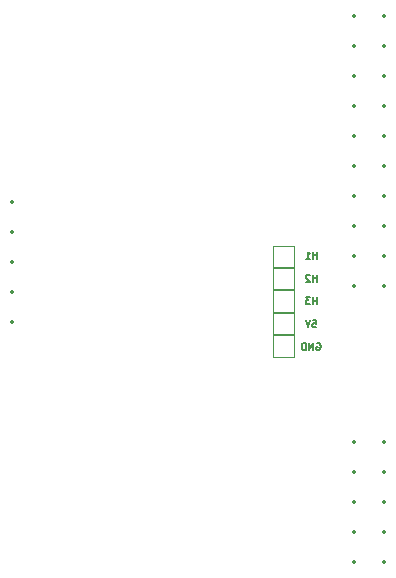
<source format=gbo>
%TF.GenerationSoftware,KiCad,Pcbnew,8.0.6*%
%TF.CreationDate,2024-11-04T19:51:36+01:00*%
%TF.ProjectId,Motor_Driver_carrier_board,4d6f746f-725f-4447-9269-7665725f6361,rev?*%
%TF.SameCoordinates,Original*%
%TF.FileFunction,Legend,Bot*%
%TF.FilePolarity,Positive*%
%FSLAX46Y46*%
G04 Gerber Fmt 4.6, Leading zero omitted, Abs format (unit mm)*
G04 Created by KiCad (PCBNEW 8.0.6) date 2024-11-04 19:51:36*
%MOMM*%
%LPD*%
G01*
G04 APERTURE LIST*
%ADD10C,0.150000*%
%ADD11C,0.120000*%
%ADD12C,0.350000*%
G04 APERTURE END LIST*
D10*
X147637856Y-74079592D02*
X147694999Y-74051021D01*
X147694999Y-74051021D02*
X147780713Y-74051021D01*
X147780713Y-74051021D02*
X147866427Y-74079592D01*
X147866427Y-74079592D02*
X147923570Y-74136735D01*
X147923570Y-74136735D02*
X147952141Y-74193878D01*
X147952141Y-74193878D02*
X147980713Y-74308164D01*
X147980713Y-74308164D02*
X147980713Y-74393878D01*
X147980713Y-74393878D02*
X147952141Y-74508164D01*
X147952141Y-74508164D02*
X147923570Y-74565307D01*
X147923570Y-74565307D02*
X147866427Y-74622450D01*
X147866427Y-74622450D02*
X147780713Y-74651021D01*
X147780713Y-74651021D02*
X147723570Y-74651021D01*
X147723570Y-74651021D02*
X147637856Y-74622450D01*
X147637856Y-74622450D02*
X147609284Y-74593878D01*
X147609284Y-74593878D02*
X147609284Y-74393878D01*
X147609284Y-74393878D02*
X147723570Y-74393878D01*
X147352141Y-74651021D02*
X147352141Y-74051021D01*
X147352141Y-74051021D02*
X147009284Y-74651021D01*
X147009284Y-74651021D02*
X147009284Y-74051021D01*
X146723570Y-74651021D02*
X146723570Y-74051021D01*
X146723570Y-74051021D02*
X146580713Y-74051021D01*
X146580713Y-74051021D02*
X146494999Y-74079592D01*
X146494999Y-74079592D02*
X146437856Y-74136735D01*
X146437856Y-74136735D02*
X146409285Y-74193878D01*
X146409285Y-74193878D02*
X146380713Y-74308164D01*
X146380713Y-74308164D02*
X146380713Y-74393878D01*
X146380713Y-74393878D02*
X146409285Y-74508164D01*
X146409285Y-74508164D02*
X146437856Y-74565307D01*
X146437856Y-74565307D02*
X146494999Y-74622450D01*
X146494999Y-74622450D02*
X146580713Y-74651021D01*
X146580713Y-74651021D02*
X146723570Y-74651021D01*
X147637856Y-68857271D02*
X147637856Y-68257271D01*
X147637856Y-68542985D02*
X147294999Y-68542985D01*
X147294999Y-68857271D02*
X147294999Y-68257271D01*
X147037857Y-68314414D02*
X147009285Y-68285842D01*
X147009285Y-68285842D02*
X146952143Y-68257271D01*
X146952143Y-68257271D02*
X146809285Y-68257271D01*
X146809285Y-68257271D02*
X146752143Y-68285842D01*
X146752143Y-68285842D02*
X146723571Y-68314414D01*
X146723571Y-68314414D02*
X146695000Y-68371557D01*
X146695000Y-68371557D02*
X146695000Y-68428700D01*
X146695000Y-68428700D02*
X146723571Y-68514414D01*
X146723571Y-68514414D02*
X147066428Y-68857271D01*
X147066428Y-68857271D02*
X146695000Y-68857271D01*
X147294999Y-72119771D02*
X147580713Y-72119771D01*
X147580713Y-72119771D02*
X147609285Y-72405485D01*
X147609285Y-72405485D02*
X147580713Y-72376914D01*
X147580713Y-72376914D02*
X147523571Y-72348342D01*
X147523571Y-72348342D02*
X147380713Y-72348342D01*
X147380713Y-72348342D02*
X147323571Y-72376914D01*
X147323571Y-72376914D02*
X147294999Y-72405485D01*
X147294999Y-72405485D02*
X147266428Y-72462628D01*
X147266428Y-72462628D02*
X147266428Y-72605485D01*
X147266428Y-72605485D02*
X147294999Y-72662628D01*
X147294999Y-72662628D02*
X147323571Y-72691200D01*
X147323571Y-72691200D02*
X147380713Y-72719771D01*
X147380713Y-72719771D02*
X147523571Y-72719771D01*
X147523571Y-72719771D02*
X147580713Y-72691200D01*
X147580713Y-72691200D02*
X147609285Y-72662628D01*
X147094999Y-72119771D02*
X146894999Y-72719771D01*
X146894999Y-72719771D02*
X146694999Y-72119771D01*
X147637856Y-66926021D02*
X147637856Y-66326021D01*
X147637856Y-66611735D02*
X147294999Y-66611735D01*
X147294999Y-66926021D02*
X147294999Y-66326021D01*
X146695000Y-66926021D02*
X147037857Y-66926021D01*
X146866428Y-66926021D02*
X146866428Y-66326021D01*
X146866428Y-66326021D02*
X146923571Y-66411735D01*
X146923571Y-66411735D02*
X146980714Y-66468878D01*
X146980714Y-66468878D02*
X147037857Y-66497450D01*
X147637856Y-70788521D02*
X147637856Y-70188521D01*
X147637856Y-70474235D02*
X147294999Y-70474235D01*
X147294999Y-70788521D02*
X147294999Y-70188521D01*
X147066428Y-70188521D02*
X146695000Y-70188521D01*
X146695000Y-70188521D02*
X146895000Y-70417092D01*
X146895000Y-70417092D02*
X146809285Y-70417092D01*
X146809285Y-70417092D02*
X146752143Y-70445664D01*
X146752143Y-70445664D02*
X146723571Y-70474235D01*
X146723571Y-70474235D02*
X146695000Y-70531378D01*
X146695000Y-70531378D02*
X146695000Y-70674235D01*
X146695000Y-70674235D02*
X146723571Y-70731378D01*
X146723571Y-70731378D02*
X146752143Y-70759950D01*
X146752143Y-70759950D02*
X146809285Y-70788521D01*
X146809285Y-70788521D02*
X146980714Y-70788521D01*
X146980714Y-70788521D02*
X147037857Y-70759950D01*
X147037857Y-70759950D02*
X147066428Y-70731378D01*
D11*
%TO.C,GND*%
X143900000Y-73400000D02*
X145700000Y-73400000D01*
X143900000Y-75200000D02*
X143900000Y-73400000D01*
X145700000Y-73400000D02*
X145700000Y-75200000D01*
X145700000Y-75200000D02*
X143900000Y-75200000D01*
%TO.C,H2*%
X143900000Y-67700000D02*
X145700000Y-67700000D01*
X143900000Y-69500000D02*
X143900000Y-67700000D01*
X145700000Y-67700000D02*
X145700000Y-69500000D01*
X145700000Y-69500000D02*
X143900000Y-69500000D01*
%TO.C,5V*%
X143900000Y-71500000D02*
X145700000Y-71500000D01*
X143900000Y-73300000D02*
X143900000Y-71500000D01*
X145700000Y-71500000D02*
X145700000Y-73300000D01*
X145700000Y-73300000D02*
X143900000Y-73300000D01*
%TO.C,H1*%
X143900000Y-65800000D02*
X145700000Y-65800000D01*
X143900000Y-67600000D02*
X143900000Y-65800000D01*
X145700000Y-65800000D02*
X145700000Y-67600000D01*
X145700000Y-67600000D02*
X143900000Y-67600000D01*
%TO.C,H3*%
X143900000Y-69600000D02*
X145700000Y-69600000D01*
X143900000Y-71400000D02*
X143900000Y-69600000D01*
X145700000Y-69600000D02*
X145700000Y-71400000D01*
X145700000Y-71400000D02*
X143900000Y-71400000D01*
%TD*%
D12*
X121800000Y-62120000D03*
X121800000Y-64660000D03*
X121800000Y-67200000D03*
X121800000Y-69740000D03*
X121800000Y-72280000D03*
X153375000Y-46350000D03*
X150835000Y-46350000D03*
X153375000Y-48890000D03*
X150835000Y-48890000D03*
X153375000Y-51430000D03*
X150835000Y-51430000D03*
X153375000Y-53970000D03*
X150835000Y-53970000D03*
X153375000Y-56510000D03*
X150835000Y-56510000D03*
X153375000Y-59050000D03*
X150835000Y-59050000D03*
X153375000Y-61590000D03*
X150835000Y-61590000D03*
X153375000Y-64130000D03*
X150835000Y-64130000D03*
X153375000Y-66670000D03*
X150835000Y-66670000D03*
X153375000Y-69210000D03*
X150835000Y-69210000D03*
X153375000Y-82450000D03*
X150835000Y-82450000D03*
X153375000Y-84990000D03*
X150835000Y-84990000D03*
X153375000Y-87530000D03*
X150835000Y-87530000D03*
X153375000Y-90070000D03*
X150835000Y-90070000D03*
X153375000Y-92610000D03*
X150835000Y-92610000D03*
M02*

</source>
